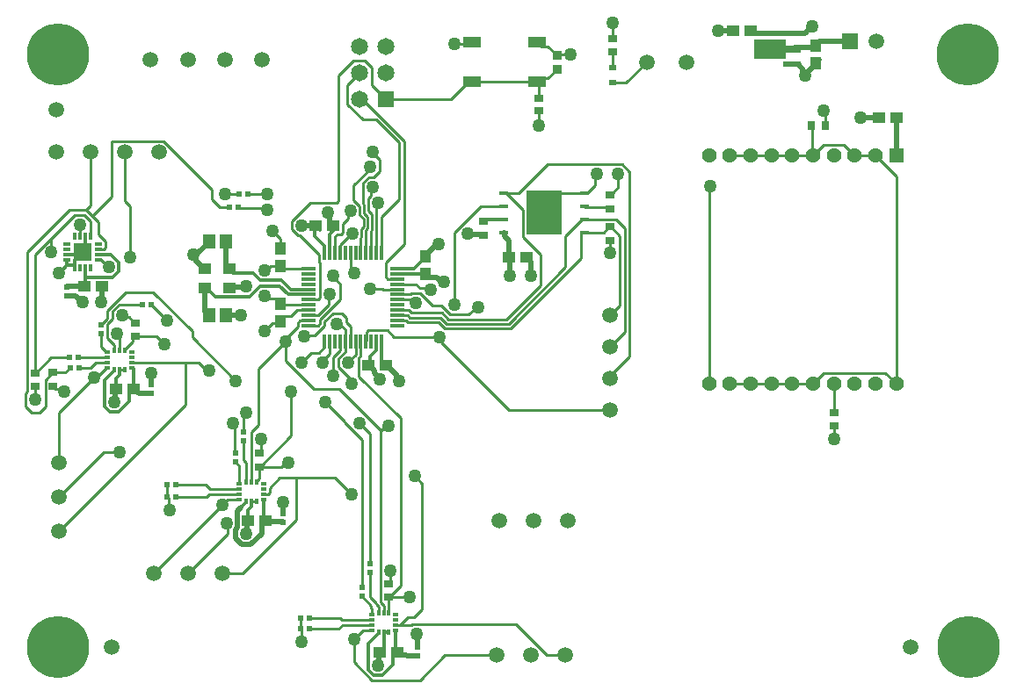
<source format=gtl>
G04*
G04 #@! TF.GenerationSoftware,Altium Limited,Altium Designer,22.10.1 (41)*
G04*
G04 Layer_Physical_Order=1*
G04 Layer_Color=255*
%FSLAX25Y25*%
%MOIN*%
G70*
G04*
G04 #@! TF.SameCoordinates,49C2D000-8325-4097-923D-366AA4D3C581*
G04*
G04*
G04 #@! TF.FilePolarity,Positive*
G04*
G01*
G75*
%ADD14C,0.01000*%
%ADD24R,0.02264X0.01378*%
%ADD25R,0.01378X0.02264*%
%ADD40R,0.03197X0.02985*%
%ADD49R,0.06811X0.02284*%
%ADD50R,0.05906X0.02992*%
%ADD51R,0.11929X0.07610*%
%ADD52R,0.02362X0.02165*%
%ADD53R,0.04921X0.04331*%
%ADD54R,0.02165X0.02362*%
%ADD55R,0.03347X0.02953*%
%ADD56R,0.04331X0.04921*%
%ADD57R,0.06693X0.03937*%
%ADD58R,0.02953X0.03347*%
%ADD59R,0.03150X0.02362*%
%ADD60R,0.13583X0.17126*%
%ADD61R,0.03740X0.01772*%
%ADD62R,0.05807X0.01181*%
%ADD63R,0.01181X0.05807*%
%ADD64R,0.07087X0.07087*%
%ADD65R,0.01181X0.03150*%
%ADD66R,0.03150X0.01181*%
%ADD67R,0.05118X0.05709*%
%ADD68R,0.05118X0.04331*%
%ADD69R,0.03543X0.03347*%
%ADD70C,0.02000*%
%ADD71C,0.01200*%
%ADD72C,0.01300*%
%ADD73C,0.23622*%
%ADD74C,0.05906*%
%ADD75R,0.06496X0.06496*%
%ADD76C,0.06496*%
%ADD77R,0.05906X0.05906*%
%ADD78R,0.05634X0.05634*%
%ADD79C,0.05634*%
%ADD80C,0.05000*%
D14*
X143652Y447000D02*
X142348D01*
X156652D02*
X155348D01*
X136583Y399307D02*
X136905D01*
X133937Y401953D02*
X136583Y399307D01*
X206400Y416774D02*
X213226Y423600D01*
X223974Y424186D02*
Y471974D01*
X223388Y423600D02*
X223974Y424186D01*
X213226Y423600D02*
X223388D01*
X334322Y365322D02*
Y435369D01*
X327000Y358000D02*
X334322Y365322D01*
X327000Y357000D02*
Y358000D01*
X179000Y422000D02*
X182653D01*
X176000Y425000D02*
X179000Y422000D01*
X158024Y446707D02*
X176000Y428731D01*
Y425000D02*
Y428731D01*
X181000Y427000D02*
X186327D01*
X189673D02*
X197000D01*
X130701Y418548D02*
X133043Y416206D01*
X128358Y420891D02*
X130701Y418548D01*
X138000Y447000D02*
X142348D01*
X130701Y418548D02*
X138000Y425848D01*
Y447000D01*
X156652D02*
X157731D01*
X158024Y446707D01*
X143652Y447000D02*
X155348D01*
X143000Y424260D02*
Y443000D01*
Y424260D02*
X145000Y422260D01*
X236325Y428846D02*
X237091Y429611D01*
X236325Y426284D02*
Y428846D01*
X236149Y426108D02*
X236325Y426284D01*
X236149Y426088D02*
Y426108D01*
X238449Y423316D02*
X238913Y423780D01*
X238449Y404602D02*
Y423316D01*
X238358Y404512D02*
X238449Y404602D01*
X227802Y417802D02*
Y420070D01*
X229774Y424578D02*
X232097Y422256D01*
X235293Y423585D02*
Y425232D01*
Y423585D02*
X235297Y423581D01*
X232097Y419095D02*
Y422256D01*
X235297Y420703D02*
Y423581D01*
X233315Y431209D02*
X235553Y433447D01*
X227802Y420070D02*
X228497Y420764D01*
X229774Y430214D02*
X235862Y436303D01*
X225580Y415580D02*
X227802Y417802D01*
X233315Y423301D02*
X233697Y422918D01*
Y419758D02*
Y422918D01*
X235293Y425232D02*
X236149Y426088D01*
X229774Y424578D02*
Y430214D01*
X233315Y423301D02*
Y431209D01*
X237000Y442668D02*
X239663Y440006D01*
X237000Y442668D02*
Y443000D01*
X235553Y433447D02*
X237371D01*
X235862Y436303D02*
Y437313D01*
X239663Y435739D02*
Y440006D01*
X237371Y433447D02*
X239663Y435739D01*
X216783Y401070D02*
Y403998D01*
X208569Y411339D02*
X209441D01*
X216783Y403998D01*
Y401070D02*
X217019Y400834D01*
X212815Y386843D02*
X212893Y386920D01*
X216346Y413976D02*
X217000Y413323D01*
X216257Y386920D02*
X217019Y387682D01*
X212893Y386920D02*
X216257D01*
X217019Y387682D02*
Y400834D01*
X228969Y411983D02*
X229160D01*
X224669Y407684D02*
X228969Y411983D01*
X224579Y404512D02*
X224669Y404602D01*
Y407684D01*
X232453Y410185D02*
X232760Y410492D01*
Y413762D02*
X233507Y414509D01*
X232453Y404512D02*
Y410185D01*
X232760Y410492D02*
Y413762D01*
X234421Y413160D02*
X235107Y413846D01*
X234421Y404512D02*
Y413160D01*
X224936Y411723D02*
X225580Y412367D01*
Y415580D01*
X222701Y410886D02*
X223537Y411723D01*
X224936D01*
X206400Y413509D02*
Y416774D01*
Y413509D02*
X208569Y411339D01*
X222701Y404602D02*
Y410886D01*
X232097Y419095D02*
X233507Y417685D01*
X235297Y420703D02*
X236707Y419293D01*
X233507Y414509D02*
Y417685D01*
X233697Y419758D02*
X235107Y418347D01*
X236390Y404512D02*
Y412866D01*
X236707Y413183D02*
Y419293D01*
X236390Y412866D02*
X236707Y413183D01*
X235107Y413846D02*
Y418347D01*
X223974Y471974D02*
X229548Y477548D01*
X186500Y421500D02*
X196500D01*
X197000Y421000D01*
X186000Y422000D02*
X186500Y421500D01*
X222610Y404512D02*
X222701Y404602D01*
X215335Y414988D02*
X216346Y413976D01*
X229548Y477548D02*
X233884D01*
X240327Y404512D02*
Y418327D01*
X247000Y425000D01*
X109000Y349000D02*
Y354000D01*
X105400Y346163D02*
Y351341D01*
X112844Y346406D02*
Y356435D01*
X105400Y351341D02*
X106057Y351998D01*
X110491Y344054D02*
X112844Y346406D01*
X106057Y405057D02*
X121891Y420891D01*
X106057Y351998D02*
Y405057D01*
X105400Y346163D02*
X107509Y344054D01*
X110491D01*
X118918Y352000D02*
X120000D01*
X115787Y354063D02*
X116763Y353087D01*
X117831D01*
X118918Y352000D01*
X300000Y453000D02*
Y458532D01*
X243197Y273882D02*
X243256Y273941D01*
X250941D02*
X251000Y274000D01*
X243256Y273941D02*
X250941D01*
X136353Y372438D02*
Y377535D01*
X142000Y381000D02*
X142765Y380235D01*
X138400Y382491D02*
X140909Y385000D01*
X142765Y380235D02*
X144686D01*
X136230Y379675D02*
Y382584D01*
X140909Y385000D02*
X149654D01*
X136353Y377535D02*
X138400Y379582D01*
X144686Y380235D02*
X146803Y378118D01*
X138400Y379582D02*
Y382491D01*
X136230Y382584D02*
X143416Y389770D01*
X146803Y378118D02*
X147000D01*
X143416Y389770D02*
X153562D01*
X247000Y425000D02*
Y446494D01*
X238329Y455165D02*
X247000Y446494D01*
X241981Y400834D02*
X249000Y407852D01*
Y447040D01*
X233040Y463000D02*
X249000Y447040D01*
X331491Y438200D02*
X334322Y435369D01*
X330000Y429559D02*
Y434600D01*
X303223Y438200D02*
X331491D01*
X321235Y433835D02*
X322000Y434600D01*
X292350Y427327D02*
X303223Y438200D01*
X321235Y430223D02*
Y433835D01*
X230000Y249165D02*
X236705Y242460D01*
X230000Y249165D02*
Y258000D01*
X254919Y242460D02*
X264459Y252000D01*
X236705Y242460D02*
X254919D01*
X180000Y283000D02*
X187733D01*
X208000Y303267D01*
X181493Y302000D02*
X182000Y301493D01*
Y298000D02*
Y301493D01*
X191000Y310408D02*
X192969D01*
X435598Y355000D02*
Y433697D01*
X427697Y441598D02*
X435598Y433697D01*
X419799Y441598D02*
X427697D01*
X268000Y412332D02*
X277995Y422327D01*
X268000Y385000D02*
Y412332D01*
X277995Y422327D02*
X286646D01*
X232453Y365568D02*
Y371142D01*
X230484Y366102D02*
Y371142D01*
X227807Y363425D02*
X230484Y366102D01*
X227807Y363000D02*
Y363425D01*
X231577Y364691D02*
X232453Y365568D01*
X231577Y357804D02*
Y364691D01*
X242000Y362000D02*
X242295D01*
X247540Y278225D02*
Y341840D01*
X231577Y357804D02*
X247540Y341840D01*
X118000Y312000D02*
X135000Y329000D01*
X141000D01*
X118000Y299000D02*
X166000Y347000D01*
Y363016D01*
X170902D01*
X145577D02*
X166000D01*
X118000Y325000D02*
Y344034D01*
X131255Y357289D01*
X115000Y410000D02*
X124121Y419121D01*
X109000Y404000D02*
X115000Y410000D01*
Y405000D02*
Y410000D01*
X130000Y422534D02*
Y443000D01*
X128358Y420891D02*
X130000Y422534D01*
X145000Y403000D02*
Y422260D01*
X287630Y427327D02*
X292350D01*
X286646D02*
X287630D01*
X332552Y374552D02*
Y413953D01*
X327000Y369000D02*
X332552Y374552D01*
X330782Y384782D02*
Y410974D01*
X327197Y414559D02*
X330782Y410974D01*
X327000Y381000D02*
X330782Y384782D01*
X329199Y417305D02*
X332552Y413953D01*
X326803Y414559D02*
X327000D01*
X317376Y417305D02*
X329199D01*
X327000Y414559D02*
X327197D01*
X327000Y404628D02*
Y409441D01*
Y404628D02*
X327012Y404616D01*
X317354Y417327D02*
X317376Y417305D01*
X289258Y375920D02*
X315984Y402646D01*
X264239Y375920D02*
X289258D01*
X315984Y402646D02*
Y411941D01*
X310061Y399227D02*
Y411018D01*
X264972Y377690D02*
X288525D01*
X310061Y399227D01*
X293939Y410738D02*
X300770Y403906D01*
X288668Y345000D02*
X327000D01*
X262960Y370708D02*
X288668Y345000D01*
X262960Y370708D02*
Y371987D01*
X262195Y372752D02*
X262960Y371987D01*
X240249Y337332D02*
X241918Y339000D01*
X243000D01*
X240000Y337332D02*
X240249D01*
X243197Y273882D02*
X247540Y278225D01*
X243000Y273882D02*
X243197D01*
X252740Y266409D02*
X255770Y269438D01*
X253000Y319883D02*
Y320000D01*
X247415Y263379D02*
X250444Y266409D01*
X247415Y263360D02*
X251801D01*
X245766D02*
X247415D01*
X253000Y319883D02*
X255770Y317113D01*
Y269438D02*
Y317113D01*
X250444Y266409D02*
X252740D01*
X251801Y263360D02*
X252037Y263597D01*
X291375D01*
X245757Y263370D02*
X245766Y263360D01*
X291375Y263597D02*
X302972Y252000D01*
X310000D01*
X264459D02*
X284000D01*
X208000Y319219D02*
X222780D01*
X201781D02*
X208000D01*
Y303267D02*
Y319219D01*
X167000Y283000D02*
X182000Y298000D01*
X154000Y283000D02*
X180000Y309000D01*
X194197Y323441D02*
X202359D01*
X194000D02*
X194197D01*
X197979Y315418D02*
X201781Y319219D01*
X222780D02*
X229000Y313000D01*
X197235Y313025D02*
X197979Y313769D01*
X195586Y313025D02*
X197235D01*
X197979Y313769D02*
Y315418D01*
X203918Y325000D02*
X205000D01*
X202359Y323441D02*
X203918Y325000D01*
X226403Y340265D02*
X233000Y333668D01*
Y277673D02*
Y333668D01*
X173918Y360000D02*
X175000D01*
X170902Y363016D02*
X173918Y360000D01*
X228357Y355691D02*
X229123Y354926D01*
X221906Y358015D02*
Y364934D01*
X228357Y355691D02*
Y357118D01*
X204000Y363668D02*
X214668Y353000D01*
X224332D01*
X240000Y337332D01*
X168484Y372516D02*
X185000Y356000D01*
X219000Y348000D02*
X226403Y340597D01*
X210000Y363000D02*
X213770Y366770D01*
X216614D01*
X218673Y368829D01*
Y371142D01*
X204000Y363668D02*
Y371000D01*
X240000Y271936D02*
Y337332D01*
X193770Y360770D02*
X204000Y371000D01*
X184000Y340000D02*
X184500Y339500D01*
Y329173D02*
Y339500D01*
X206000Y335244D02*
Y352000D01*
X194197Y323441D02*
X206000Y335244D01*
X193770Y339438D02*
Y360770D01*
X189000Y342918D02*
Y344000D01*
X188000Y341918D02*
X189000Y342918D01*
X233401Y261401D02*
X236603D01*
X230000Y258000D02*
X233401Y261401D01*
X225516Y263370D02*
X236603D01*
X225152Y265348D02*
X236594D01*
X224500Y266000D02*
X225152Y265348D01*
X224146Y262000D02*
X225516Y263370D01*
X218136Y363000D02*
Y363667D01*
X220642Y366173D01*
Y371142D01*
X224037Y361438D02*
X228357Y357118D01*
X246235Y356765D02*
Y358061D01*
Y356765D02*
X247000Y356000D01*
X126063Y410811D02*
X126063Y410811D01*
X126063Y410811D02*
Y415351D01*
X126063Y415351D02*
X126063Y415351D01*
X133043Y411729D02*
Y416206D01*
X130000Y410811D02*
Y416746D01*
X121891Y420891D02*
X128358D01*
X124121Y419121D02*
X127624D01*
X130000Y416746D01*
X222000Y395460D02*
Y396000D01*
X215000Y373360D02*
X218759Y377119D01*
X221976Y381770D02*
X225230D01*
X216988Y379286D02*
X224559Y386856D01*
X218759Y378553D02*
X221976Y381770D01*
X224344Y377724D02*
X226522Y375545D01*
X216988Y377852D02*
Y379286D01*
X223261Y377724D02*
X224344D01*
X211360Y373360D02*
X215000D01*
X212815Y377000D02*
X212906Y377091D01*
X216227D01*
X216988Y377852D01*
X226522Y375545D02*
X226547D01*
X222000Y395460D02*
X224559Y392902D01*
Y386856D02*
Y392902D01*
X218759Y377119D02*
Y378553D01*
X211000Y373000D02*
X211360Y373360D01*
X220199Y388411D02*
X220789Y389000D01*
X216227Y381028D02*
X220199Y385000D01*
X212906Y381028D02*
X216227D01*
X212815Y380937D02*
X212906Y381028D01*
X220199Y385000D02*
Y388411D01*
X196005Y388384D02*
X197085D01*
X198162Y387307D02*
X200335D01*
X197085Y388384D02*
X198162Y387307D01*
X251067Y386843D02*
X252271Y385640D01*
X253353D01*
X246185Y386843D02*
X251067D01*
X251791Y381870D02*
X263296D01*
X251058Y380100D02*
X262563D01*
X250325Y378329D02*
X261829D01*
X249777Y378878D02*
X250325Y378329D01*
X246276Y378878D02*
X249777D01*
X246185Y378969D02*
X246276Y378878D01*
X261829Y378329D02*
X264239Y375920D01*
X262563Y380100D02*
X264972Y377690D01*
X263296Y381870D02*
X265705Y379460D01*
X250221Y380937D02*
X251058Y380100D01*
X253252Y392748D02*
X254820Y391179D01*
X259648Y384676D02*
X262993D01*
X246185Y382906D02*
X250755D01*
X246185Y388811D02*
X251193D01*
X254820Y391179D02*
X258476D01*
X251791Y389409D02*
X254915D01*
X251193Y388811D02*
X251791Y389409D01*
X254915D02*
X259648Y384676D01*
X258476Y391179D02*
X258851Y390804D01*
X250755Y382906D02*
X251791Y381870D01*
X246185Y380937D02*
X250221D01*
X246185Y392748D02*
X253252D01*
X180000Y309000D02*
X182047Y311047D01*
X186423D01*
X276176Y384000D02*
X277000D01*
X273406Y381230D02*
X276176Y384000D01*
X266438Y381230D02*
X273406D01*
X287792Y379460D02*
X300770Y392438D01*
X265705Y379460D02*
X287792D01*
X262993Y384676D02*
X266438Y381230D01*
X245143Y372752D02*
X262195D01*
X242580Y375315D02*
X245143Y372752D01*
X195577Y313016D02*
X195586Y313025D01*
X195577Y311047D02*
X195811D01*
X196000Y310858D01*
X240750Y391000D02*
X240970Y390780D01*
X236000Y391000D02*
X240750D01*
X153562Y389770D02*
X168484Y374848D01*
X153098Y385000D02*
X159000Y379098D01*
Y379000D02*
Y379098D01*
X155000Y373000D02*
X158000Y370000D01*
X168484Y372516D02*
Y374848D01*
X147000Y373000D02*
X155000D01*
X240970Y390780D02*
X246185D01*
X132222Y357289D02*
X135980Y361047D01*
X131255Y357289D02*
X132222D01*
X135980Y361047D02*
X136423D01*
X125673Y361000D02*
X130070D01*
X132086Y363016D01*
X227000Y378208D02*
Y380000D01*
X225230Y381770D02*
X227000Y380000D01*
Y378208D02*
X228516Y376693D01*
Y371142D02*
Y376693D01*
X226547Y367072D02*
Y375545D01*
X224037Y364562D02*
X226547Y367072D01*
X194770Y329329D02*
Y334000D01*
X224488Y367516D02*
Y371051D01*
X221906Y364934D02*
X224488Y367516D01*
X224037Y361438D02*
Y364562D01*
X224488Y371051D02*
X224579Y371142D01*
X188000Y336673D02*
Y341918D01*
X191000Y336668D02*
X193770Y339438D01*
X191000Y317593D02*
Y336668D01*
X188000Y325951D02*
Y333327D01*
Y325951D02*
X189032Y324919D01*
Y317593D02*
Y324919D01*
X186423Y316953D02*
Y323805D01*
X185000Y325228D02*
Y325327D01*
Y325228D02*
X186423Y323805D01*
X184500Y329173D02*
X185000Y328673D01*
X236000Y286673D02*
Y336000D01*
X226403Y340265D02*
Y340597D01*
X232000Y340000D02*
X236000Y336000D01*
Y274000D02*
Y283327D01*
Y274000D02*
X238230Y271770D01*
Y271203D02*
Y271770D01*
Y271203D02*
X239212Y270221D01*
X236460Y269639D02*
Y270768D01*
X236603Y267307D02*
Y269496D01*
X233000Y274228D02*
X236460Y270768D01*
X239212Y267946D02*
Y270221D01*
X236460Y269639D02*
X236603Y269496D01*
X233000Y274228D02*
Y274327D01*
X235273Y375315D02*
X242580D01*
X234512Y371232D02*
Y374554D01*
X234421Y371142D02*
X234512Y371232D01*
Y374554D02*
X235273Y375315D01*
X300770Y392438D02*
Y403906D01*
X317354Y412327D02*
X324571D01*
X316370D02*
X317354D01*
X293939Y410738D02*
Y421018D01*
X287630Y427327D02*
X293939Y421018D01*
X316370Y417327D02*
X317354D01*
X310061Y411018D02*
X316370Y417327D01*
X315984Y411941D02*
X316370Y412327D01*
X153000Y385000D02*
X153098D01*
X136353Y372438D02*
X139032Y369759D01*
X140123Y372918D02*
X141000Y372040D01*
X139032Y367593D02*
Y369759D01*
X141000Y367593D02*
Y372040D01*
X140123Y372918D02*
Y374000D01*
X134000Y377445D02*
X136230Y379675D01*
X134000Y377346D02*
Y377445D01*
Y368933D02*
X135980Y366953D01*
X136423D01*
X134000Y368933D02*
Y374000D01*
X243770Y279770D02*
Y284000D01*
X240000Y271936D02*
X241180Y270756D01*
X243000Y279000D02*
X243770Y279770D01*
X241180Y267946D02*
Y270756D01*
X194000Y328559D02*
X194770Y329329D01*
X133043Y411729D02*
X135798Y408975D01*
X134519Y405998D02*
X135054D01*
X134502Y405980D02*
X134519Y405998D01*
X134028Y405980D02*
X134502D01*
X132953Y405890D02*
X133937D01*
X134028Y405980D01*
X135798Y406742D02*
Y408975D01*
X135054Y405998D02*
X135798Y406742D01*
X109000Y359118D02*
Y404000D01*
X115590Y359181D02*
X115787D01*
X112844Y356435D02*
X115590Y359181D01*
X130913Y364994D02*
X136414D01*
X136423Y364984D01*
X125347Y365000D02*
X130906D01*
X130913Y364994D01*
X132086Y363016D02*
X136423D01*
X120409Y359181D02*
X122228Y361000D01*
X122327D01*
X115787Y359181D02*
X120409D01*
X109197Y359118D02*
X115079Y365000D01*
X109000Y359118D02*
X109197D01*
X115079Y365000D02*
X122000D01*
X213000Y266000D02*
X224500D01*
X236594Y265348D02*
X236603Y265338D01*
X213000Y262000D02*
X224146D01*
X209827Y257173D02*
X210000Y257000D01*
X209653Y262000D02*
X209827Y261827D01*
Y257173D02*
Y261827D01*
X209653Y262000D02*
Y266000D01*
X243139Y267956D02*
Y270672D01*
X243000Y270811D02*
X243139Y270672D01*
X243000Y270811D02*
Y273882D01*
X243139Y267956D02*
X243148Y267946D01*
X253599Y259827D02*
X254000Y259426D01*
X245757Y253590D02*
X246347Y253000D01*
X159500Y307500D02*
Y311500D01*
Y307500D02*
X160000Y307000D01*
X159000Y312000D02*
X159500Y311500D01*
X159000Y312000D02*
X159013Y312013D01*
Y316487D02*
X159027Y316500D01*
X159013Y312013D02*
Y316487D01*
X173670Y316500D02*
X175176Y314994D01*
X186414D01*
X162373Y316500D02*
X173670D01*
X186414Y314994D02*
X186423Y314984D01*
X174922Y313016D02*
X186423D01*
X173906Y312000D02*
X174922Y313016D01*
X162346Y312000D02*
X173906D01*
X203000Y302327D02*
Y302417D01*
X189032Y309965D02*
Y310408D01*
X192969Y318036D02*
X194000Y319067D01*
X192969Y317593D02*
Y318036D01*
X194000Y319067D02*
Y323441D01*
X208641Y378117D02*
X209385Y378861D01*
X209938Y378878D02*
X212724D01*
X204000Y371000D02*
Y372000D01*
X208641Y376641D02*
Y378117D01*
X204000Y372000D02*
X208641Y376641D01*
X209920Y378861D02*
X209938Y378878D01*
X209385Y378861D02*
X209920D01*
X212724Y378878D02*
X212815Y378969D01*
X145827Y372024D02*
X146803Y373000D01*
X142969Y367593D02*
Y368036D01*
X145827Y370894D01*
Y372024D01*
X146803Y373000D02*
X147000D01*
X152417Y352008D02*
X153000Y351425D01*
Y351327D02*
Y351425D01*
X141000Y360408D02*
X142969D01*
X128031Y395500D02*
X128066Y395465D01*
X132953Y401953D02*
X133937D01*
X118000Y397000D02*
X118280D01*
X124094Y399000D02*
Y399772D01*
X126063Y403921D02*
X127047Y404906D01*
X124094Y401953D02*
X126063Y403921D01*
X124004Y399862D02*
X124094Y399772D01*
X127047Y404906D02*
X128031Y405890D01*
X230000Y397000D02*
Y398082D01*
X228516Y399567D02*
Y404512D01*
Y399567D02*
X230000Y398082D01*
X227452Y461116D02*
X233403Y455165D01*
X238329D01*
X227452Y461116D02*
Y468452D01*
X232000Y463000D02*
X233040D01*
X222020Y414988D02*
X223685Y416653D01*
X364750Y355250D02*
Y429750D01*
X365000Y430000D01*
X364500Y355000D02*
X364750Y355250D01*
X327197Y426559D02*
X328173Y427535D01*
Y427732D01*
X330000Y429559D01*
X318339Y427327D02*
X321235Y430223D01*
X233884Y477548D02*
X236568Y474864D01*
Y468432D02*
Y474864D01*
Y468432D02*
X242000Y463000D01*
X227452Y468452D02*
X232000Y473000D01*
X215327Y414988D02*
X215335D01*
X242743Y394795D02*
X246107D01*
X241981Y395556D02*
X242743Y394795D01*
X241981Y395556D02*
Y400834D01*
X246107Y394795D02*
X246185Y394717D01*
X173472Y382378D02*
X174850Y381000D01*
X182134Y391457D02*
X182528D01*
X202000Y385346D02*
Y385642D01*
X200335Y387307D02*
X202000Y385642D01*
X196000Y398000D02*
X196780D01*
X198433Y399654D01*
X202000D01*
X196000Y375000D02*
X198828Y377828D01*
X196000Y375000D02*
X196000D01*
X201175Y377828D02*
X202000Y378654D01*
X198828Y377828D02*
X201175D01*
X205893Y380614D02*
X208184Y382906D01*
X203665Y380614D02*
X205893D01*
X202000Y378949D02*
X203665Y380614D01*
X202000Y378654D02*
Y378949D01*
X208184Y382906D02*
X212815D01*
X202000Y385346D02*
X202472Y384874D01*
X212815D01*
X203000Y398654D02*
X212815D01*
X202000Y399654D02*
X203000Y398654D01*
X202000Y406347D02*
Y410000D01*
X199000Y413000D02*
X202000Y410000D01*
X408096Y458740D02*
X408559Y458277D01*
Y453000D02*
Y458277D01*
X403721Y441878D02*
Y452720D01*
X403441Y453000D02*
X403721Y452720D01*
Y441878D02*
X404000Y441598D01*
X412000Y334000D02*
Y339000D01*
X411898Y344220D02*
Y355000D01*
Y344220D02*
X412000Y344118D01*
X431482Y359117D02*
X435598Y355000D01*
X408117Y359117D02*
X431482D01*
X404000Y355000D02*
X408117Y359117D01*
X396098Y355000D02*
X404000D01*
X388197D02*
X396098D01*
X380299D02*
X388197D01*
X372398D02*
X380299D01*
X408117Y445715D02*
X415682D01*
X419799Y441598D01*
X404000D02*
X408117Y445715D01*
X396098Y441598D02*
X404000D01*
X388197D02*
X396098D01*
X380299D02*
X388197D01*
X372398D02*
X380299D01*
X324571Y412327D02*
X326803Y414559D01*
X317354Y422327D02*
X317740Y421941D01*
X326500D01*
X327000Y421441D01*
Y426559D02*
X327197D01*
X317354Y427327D02*
X318339D01*
X308291D02*
X317354D01*
X302000Y421035D02*
X308291Y427327D01*
X302000Y419827D02*
Y421035D01*
X266701Y463000D02*
X273220Y469520D01*
X274598D01*
X242000Y463000D02*
X266701D01*
X268000Y484000D02*
X274118D01*
X274598Y484480D01*
Y469520D02*
X299402D01*
X300000Y468921D01*
Y463468D02*
Y468921D01*
X307441Y480000D02*
X312000D01*
X307000Y479559D02*
X307441Y480000D01*
X300870Y483012D02*
X303449D01*
X306902Y479559D02*
X307000D01*
X303449Y483012D02*
X306902Y479559D01*
X299402Y484480D02*
X300870Y483012D01*
Y470988D02*
X303449D01*
X299402Y469520D02*
X300870Y470988D01*
X306902Y474441D02*
X307000D01*
X303449Y470988D02*
X306902Y474441D01*
X328000Y469146D02*
X333146D01*
X328000Y486000D02*
Y492000D01*
Y480882D02*
Y481441D01*
Y474854D02*
Y480882D01*
X333146Y469146D02*
X341000Y477000D01*
D24*
X236603Y267307D02*
D03*
Y265338D02*
D03*
Y263370D02*
D03*
Y261401D02*
D03*
X245757D02*
D03*
Y263370D02*
D03*
Y265338D02*
D03*
Y267307D02*
D03*
X145577Y366953D02*
D03*
Y364984D02*
D03*
Y363016D02*
D03*
Y361047D02*
D03*
X136423D02*
D03*
Y363016D02*
D03*
Y364984D02*
D03*
Y366953D02*
D03*
X195577Y316953D02*
D03*
Y314984D02*
D03*
Y313016D02*
D03*
Y311047D02*
D03*
X186423D02*
D03*
Y313016D02*
D03*
Y314984D02*
D03*
Y316953D02*
D03*
D25*
X239212Y260761D02*
D03*
X241180D02*
D03*
X243148D02*
D03*
Y267946D02*
D03*
X241180D02*
D03*
X239212D02*
D03*
X139032Y367593D02*
D03*
X141000D02*
D03*
X142969D02*
D03*
Y360408D02*
D03*
X141000D02*
D03*
X139032D02*
D03*
X189032Y317593D02*
D03*
X191000D02*
D03*
X192969D02*
D03*
Y310408D02*
D03*
X191000D02*
D03*
X189032D02*
D03*
D40*
X300000Y463468D02*
D03*
Y458532D02*
D03*
D49*
X396000Y476189D02*
D03*
Y488000D02*
D03*
D50*
X396453Y482094D02*
D03*
D51*
X387535D02*
D03*
D52*
X182653Y422000D02*
D03*
X186000D02*
D03*
X186327Y427000D02*
D03*
X189673D02*
D03*
X153000Y385000D02*
D03*
X149654D02*
D03*
X122000Y365000D02*
D03*
X125347D02*
D03*
X122327Y361000D02*
D03*
X125673D02*
D03*
X209653Y266000D02*
D03*
X213000D02*
D03*
X209653Y262000D02*
D03*
X213000D02*
D03*
X159027Y316500D02*
D03*
X162373D02*
D03*
X159000Y312000D02*
D03*
X162346D02*
D03*
D53*
X380346Y489000D02*
D03*
X373654D02*
D03*
X134347Y392000D02*
D03*
X127654D02*
D03*
X295346Y403000D02*
D03*
X288654D02*
D03*
X189654Y303000D02*
D03*
X196346D02*
D03*
X429000Y456000D02*
D03*
X435693D02*
D03*
X215327Y414988D02*
D03*
X222020D02*
D03*
X242000Y362000D02*
D03*
X235307D02*
D03*
X239654Y253000D02*
D03*
X246347D02*
D03*
X139654Y353000D02*
D03*
X146347D02*
D03*
D54*
X185000Y325327D02*
D03*
Y328673D02*
D03*
X236000Y286673D02*
D03*
Y283327D02*
D03*
X134000Y374000D02*
D03*
Y377346D02*
D03*
X254000Y251654D02*
D03*
Y255000D02*
D03*
X233000Y277673D02*
D03*
Y274327D02*
D03*
X153000Y354673D02*
D03*
Y351327D02*
D03*
X121000Y391673D02*
D03*
Y388327D02*
D03*
X203000Y305673D02*
D03*
Y302327D02*
D03*
X188000Y333327D02*
D03*
Y336673D02*
D03*
D55*
X109000Y354000D02*
D03*
Y359118D02*
D03*
X115787Y354063D02*
D03*
Y359181D02*
D03*
X412000Y339000D02*
D03*
Y344118D02*
D03*
X328000Y480882D02*
D03*
Y486000D02*
D03*
X327000Y426559D02*
D03*
Y421441D02*
D03*
X194000Y323441D02*
D03*
Y328559D02*
D03*
X279000Y416559D02*
D03*
Y411441D02*
D03*
X243000Y273882D02*
D03*
Y279000D02*
D03*
X327000Y409441D02*
D03*
Y414559D02*
D03*
X147000Y378118D02*
D03*
Y373000D02*
D03*
D56*
X257000Y396654D02*
D03*
Y403346D02*
D03*
X202000Y385346D02*
D03*
Y378654D02*
D03*
X405000Y476654D02*
D03*
Y483347D02*
D03*
X202000Y406347D02*
D03*
Y399654D02*
D03*
D57*
X274598Y469520D02*
D03*
X299402D02*
D03*
X274598Y484480D02*
D03*
X299402D02*
D03*
D58*
X408559Y453000D02*
D03*
X403441D02*
D03*
D59*
X328000Y474854D02*
D03*
Y469146D02*
D03*
D60*
X302000Y419827D02*
D03*
D61*
X286646Y412327D02*
D03*
Y417327D02*
D03*
Y422327D02*
D03*
Y427327D02*
D03*
X317354D02*
D03*
Y422327D02*
D03*
Y417327D02*
D03*
Y412327D02*
D03*
D62*
X212815Y398654D02*
D03*
Y396685D02*
D03*
Y394717D02*
D03*
Y392748D02*
D03*
Y390780D02*
D03*
Y388811D02*
D03*
Y386843D02*
D03*
Y384874D02*
D03*
Y382906D02*
D03*
Y380937D02*
D03*
Y378969D02*
D03*
Y377000D02*
D03*
X246185D02*
D03*
Y378969D02*
D03*
Y380937D02*
D03*
Y382906D02*
D03*
Y384874D02*
D03*
Y386843D02*
D03*
Y388811D02*
D03*
Y390780D02*
D03*
Y392748D02*
D03*
Y394717D02*
D03*
Y396685D02*
D03*
Y398654D02*
D03*
D63*
X218673Y371142D02*
D03*
X220642D02*
D03*
X222610D02*
D03*
X224579D02*
D03*
X226547D02*
D03*
X228516D02*
D03*
X230484D02*
D03*
X232453D02*
D03*
X234421D02*
D03*
X236390D02*
D03*
X238358D02*
D03*
X240327D02*
D03*
Y404512D02*
D03*
X238358D02*
D03*
X236390D02*
D03*
X234421D02*
D03*
X232453D02*
D03*
X230484D02*
D03*
X228516D02*
D03*
X226547D02*
D03*
X224579D02*
D03*
X222610D02*
D03*
X220642D02*
D03*
X218673D02*
D03*
D64*
X127047Y404906D02*
D03*
D65*
X130000Y399000D02*
D03*
X128031D02*
D03*
X126063D02*
D03*
X124094D02*
D03*
Y410811D02*
D03*
X126063D02*
D03*
X128031D02*
D03*
X130000D02*
D03*
D66*
X121142Y401953D02*
D03*
Y403921D02*
D03*
Y405890D02*
D03*
Y407858D02*
D03*
X132953D02*
D03*
Y405890D02*
D03*
Y403921D02*
D03*
Y401953D02*
D03*
D67*
X181150Y409000D02*
D03*
X174850D02*
D03*
X181150Y381000D02*
D03*
X174850D02*
D03*
D68*
X182528Y391457D02*
D03*
X173472D02*
D03*
Y398543D02*
D03*
X182528D02*
D03*
D69*
X307000Y479559D02*
D03*
Y474441D02*
D03*
D70*
X220574Y416153D02*
Y419426D01*
X221739Y414988D02*
X222020D01*
X220000Y420000D02*
X220574Y419426D01*
Y416153D02*
X221739Y414988D01*
X215321Y414994D02*
X215327Y414988D01*
X210000Y415000D02*
X210006Y414994D01*
X215321D01*
X380673Y489000D02*
Y489032D01*
X396000Y488000D02*
X400905D01*
X403426Y490522D02*
X403576D01*
X400905Y488000D02*
X403426Y490522D01*
X405000Y483347D02*
Y483642D01*
Y483165D02*
Y483347D01*
X406358Y485000D02*
X418000D01*
X405000Y483642D02*
X406358Y485000D01*
X396453Y482094D02*
X396949Y482591D01*
X404425D01*
X405000Y483165D01*
X381205Y488142D02*
X395858D01*
X380346Y489000D02*
X381205Y488142D01*
X395858D02*
X396000Y488000D01*
X368000Y489000D02*
X373654D01*
X401000Y472000D02*
Y472358D01*
X405000Y476358D02*
Y476654D01*
X401000Y472358D02*
X405000Y476358D01*
X398264Y476189D02*
X400426Y474027D01*
X396000Y476189D02*
X398264D01*
X400426Y472574D02*
X401000Y472000D01*
X400426Y472574D02*
Y474027D01*
X387535Y482094D02*
X396453D01*
X273000Y412000D02*
X273280Y411721D01*
X278720D02*
X279000Y411441D01*
X273280Y411721D02*
X278720D01*
X239000Y248000D02*
X239327Y248327D01*
Y252673D02*
X239654Y253000D01*
X239327Y248327D02*
Y252673D01*
X249917Y251654D02*
X254000D01*
X246347Y253000D02*
X247512Y251835D01*
X249736D01*
X249917Y251654D01*
X134173Y386173D02*
Y391827D01*
X134347Y392000D01*
X134000Y386000D02*
X134173Y386173D01*
X121000Y388327D02*
X124438D01*
X126765Y386000D01*
X127000D01*
X121083Y391837D02*
X127490D01*
X121000Y391754D02*
X121083Y391837D01*
X127490D02*
X127654Y392000D01*
X121000Y391673D02*
Y391754D01*
X188728Y391728D02*
X189000Y392000D01*
X182528Y391457D02*
X182799Y391728D01*
X188728D01*
X139327Y348327D02*
Y352673D01*
X139654Y353000D01*
X139000Y348000D02*
X139327Y348327D01*
X153000Y354673D02*
Y359000D01*
X146642Y353000D02*
X148315Y351327D01*
X153000D01*
X169574Y402048D02*
Y403426D01*
X169000Y404000D02*
X169574Y403426D01*
X173079Y398543D02*
X173472D01*
X169574Y402048D02*
X173079Y398543D01*
X181150Y399709D02*
Y409000D01*
Y399709D02*
X182315Y398543D01*
X182528D01*
X170720Y404574D02*
X174850Y408705D01*
X169574Y404574D02*
X170720D01*
X169000Y404000D02*
X169574Y404574D01*
X174850Y408705D02*
Y409000D01*
X185593Y306593D02*
X187000Y308000D01*
X185593Y300391D02*
Y306593D01*
X184900Y296302D02*
Y299698D01*
X194886Y298088D02*
Y301835D01*
X196051Y303000D01*
X187302Y293900D02*
X190698D01*
X184900Y299698D02*
X185593Y300391D01*
X196051Y303000D02*
X196346D01*
X190698Y293900D02*
X194886Y298088D01*
X184900Y296302D02*
X187302Y293900D01*
X203000Y305673D02*
Y310000D01*
X196838Y302508D02*
X202917D01*
X203000Y302417D02*
Y302425D01*
X196346Y303000D02*
X196838Y302508D01*
X202917D02*
X203000Y302425D01*
X189327Y298327D02*
Y302673D01*
X189000Y298000D02*
X189327Y298327D01*
Y302673D02*
X189654Y303000D01*
X435646Y441646D02*
Y455953D01*
X435693Y456000D01*
X435598Y441598D02*
X435646Y441646D01*
X422000Y456000D02*
X429000D01*
X405000Y476949D02*
X406165Y478114D01*
X296807Y401539D02*
Y401835D01*
Y401539D02*
X297000Y401346D01*
X295346Y403000D02*
X295642D01*
X296807Y401835D01*
X297000Y396000D02*
Y401346D01*
X288827Y396173D02*
Y402827D01*
X288654Y403000D02*
X288827Y402827D01*
Y396173D02*
X289000Y396000D01*
X286886Y412327D02*
X287000Y412213D01*
Y411000D02*
Y412213D01*
X286646Y412327D02*
X286886D01*
X287000Y411000D02*
X288654Y409346D01*
Y403000D02*
Y409346D01*
X257000Y396358D02*
X258165Y395193D01*
X263139Y393503D02*
X263951D01*
X257000Y396358D02*
Y396654D01*
X258165Y395193D02*
X261450D01*
X263139Y393503D01*
X261358Y408000D02*
X262000D01*
X257000Y403346D02*
Y403642D01*
X261358Y408000D01*
X241000Y363000D02*
X242000Y362000D01*
X235307D02*
X235602D01*
X237769Y359102D02*
X239767Y357104D01*
X235602Y362000D02*
X237769Y359833D01*
Y359102D02*
Y359833D01*
X239767Y356565D02*
Y357104D01*
X242295Y362000D02*
X246235Y358061D01*
X254000Y255000D02*
Y259426D01*
X181150Y381000D02*
X187000D01*
X173472Y382378D02*
Y391457D01*
D71*
X220642Y411744D02*
X223398Y414500D01*
X218673Y404512D02*
Y407327D01*
X215000Y411000D02*
X218673Y407327D01*
X215000Y411000D02*
Y415000D01*
X239212Y260318D02*
Y260761D01*
X235300Y246467D02*
Y256407D01*
Y246467D02*
X237467Y244300D01*
X240533D01*
X244486Y248253D01*
Y251435D01*
X246051Y253000D01*
X246347D01*
X235300Y256407D02*
X239212Y260318D01*
X241180Y260761D02*
X243148D01*
X241180Y254526D02*
Y260761D01*
X239654Y253000D02*
X241180Y254526D01*
X128031Y392000D02*
Y395500D01*
X194467Y394300D02*
X202345D01*
X173866Y391457D02*
X177232Y388091D01*
X190324D01*
X194317Y392084D01*
X201585D01*
X173472Y391457D02*
X173866D01*
X201585Y392084D02*
X204858Y388811D01*
X212815D01*
X202345Y394300D02*
X205866Y390780D01*
X212815D01*
X184093Y396978D02*
X191789D01*
X194467Y394300D01*
X182528Y398543D02*
X184093Y396978D01*
X145577Y361047D02*
X146020D01*
X146347Y360720D01*
Y353000D02*
Y360720D01*
X139654Y356965D02*
X140921Y358232D01*
Y360328D01*
X141000Y360408D01*
X139654Y353000D02*
Y356965D01*
X135300Y346467D02*
X137467Y344300D01*
X135300Y346467D02*
Y356233D01*
X137467Y344300D02*
X140533D01*
X135300Y356233D02*
X139032Y359965D01*
X146347Y353000D02*
X146642D01*
X146051D02*
X146347D01*
X144486Y351435D02*
X146051Y353000D01*
X144486Y348253D02*
Y351435D01*
X140533Y344300D02*
X144486Y348253D01*
X139032Y359965D02*
Y360408D01*
X187067Y308000D02*
X189032Y309965D01*
X187000Y308000D02*
X187067D01*
X190921Y308232D02*
Y310328D01*
X189654Y306965D02*
X190921Y308232D01*
X189654Y303000D02*
Y306965D01*
X195577Y303770D02*
Y311047D01*
Y303770D02*
X196346Y303000D01*
X190921Y310328D02*
X191000Y310408D01*
X283673Y417327D02*
X286646D01*
X279876Y417435D02*
X283565D01*
X283673Y417327D01*
X279000Y416559D02*
X279876Y417435D01*
X257000Y403051D02*
Y403346D01*
X246185Y398654D02*
X252603D01*
X257000Y403051D01*
X246185Y396685D02*
X256673D01*
X238349Y371132D02*
X238358Y371142D01*
X238349Y367669D02*
Y371132D01*
X235942Y365262D02*
X238349Y367669D01*
X235942Y362635D02*
Y365262D01*
X235307Y362000D02*
X235942Y362635D01*
X128031Y395500D02*
Y399000D01*
X128066Y395465D02*
X138379D01*
X140605Y397691D01*
X137523Y403921D02*
X140605Y400839D01*
X132953Y403921D02*
X137523D01*
X140605Y397691D02*
Y400839D01*
X118280Y397000D02*
X121142Y399862D01*
X124094Y399772D02*
Y401953D01*
X121142Y399862D02*
Y401953D01*
Y399862D02*
X124004D01*
X128031Y405890D02*
Y410811D01*
X121142Y403921D02*
X126063D01*
X220642Y404512D02*
Y411744D01*
D72*
X240327Y363665D02*
Y371142D01*
X245757Y253590D02*
Y261401D01*
D73*
X462500Y480000D02*
D03*
X117500Y255000D02*
D03*
Y480000D02*
D03*
X463000Y255000D02*
D03*
D74*
X117000Y459000D02*
D03*
X138000Y255000D02*
D03*
X441000D02*
D03*
X152500Y478000D02*
D03*
X428000Y485000D02*
D03*
X297000Y252000D02*
D03*
X310000D02*
D03*
X130000Y443000D02*
D03*
X156000D02*
D03*
X284000Y252000D02*
D03*
X327000Y357000D02*
D03*
X143000Y443000D02*
D03*
X327000Y369000D02*
D03*
X180000Y283000D02*
D03*
X327000Y345000D02*
D03*
X195000Y478000D02*
D03*
X181000D02*
D03*
X167000D02*
D03*
X154000Y283000D02*
D03*
X341000Y477000D02*
D03*
X167000Y283000D02*
D03*
X118000Y312000D02*
D03*
X298000Y303000D02*
D03*
X285000D02*
D03*
X311000D02*
D03*
X356000Y477000D02*
D03*
X117000Y443000D02*
D03*
X327000Y381000D02*
D03*
X118000Y299000D02*
D03*
Y325000D02*
D03*
D75*
X242000Y463000D02*
D03*
D76*
X232000D02*
D03*
X242000Y473000D02*
D03*
Y483000D02*
D03*
X232000Y473000D02*
D03*
Y483000D02*
D03*
D77*
X418000Y485000D02*
D03*
D78*
X435598Y441598D02*
D03*
D79*
X427697D02*
D03*
X419799D02*
D03*
X411898D02*
D03*
X404000D02*
D03*
X396098D02*
D03*
X388197D02*
D03*
X380299D02*
D03*
X372398D02*
D03*
X364500D02*
D03*
Y355000D02*
D03*
X372398D02*
D03*
X380299D02*
D03*
X388197D02*
D03*
X396098D02*
D03*
X404000D02*
D03*
X411898D02*
D03*
X419799D02*
D03*
X427697D02*
D03*
X435598D02*
D03*
D80*
X136905Y399307D02*
D03*
X220000Y420000D02*
D03*
X181000Y427000D02*
D03*
X237091Y429611D02*
D03*
X238913Y423780D02*
D03*
X228497Y420764D02*
D03*
X237000Y443000D02*
D03*
X235862Y437313D02*
D03*
X229160Y411983D02*
D03*
X210000Y415000D02*
D03*
X197000Y421000D02*
D03*
Y427000D02*
D03*
X403576Y490522D02*
D03*
X368000Y489000D02*
D03*
X401000Y472000D02*
D03*
X109000Y349000D02*
D03*
X120000Y352000D02*
D03*
X300000Y453000D02*
D03*
X251000Y274000D02*
D03*
X142000Y381000D02*
D03*
X330000Y434600D02*
D03*
X322000D02*
D03*
X127000Y386000D02*
D03*
X189000Y392000D02*
D03*
X181493Y302000D02*
D03*
X141000Y329000D02*
D03*
X115000Y405000D02*
D03*
X145000Y403000D02*
D03*
X327012Y404616D02*
D03*
X243000Y339000D02*
D03*
X205000Y325000D02*
D03*
X229000Y313000D02*
D03*
X175000Y360000D02*
D03*
X239767Y356565D02*
D03*
X229123Y354926D02*
D03*
X221906Y358015D02*
D03*
X185000Y356000D02*
D03*
X219000Y348000D02*
D03*
X210000Y363000D02*
D03*
X204000Y371000D02*
D03*
X184000Y340000D02*
D03*
X206000Y352000D02*
D03*
X189000Y344000D02*
D03*
X230000Y258000D02*
D03*
X253000Y320000D02*
D03*
X218136Y363000D02*
D03*
X247000Y356000D02*
D03*
X126063Y415351D02*
D03*
X222000Y396000D02*
D03*
X223261Y377724D02*
D03*
X220789Y389000D02*
D03*
X196005Y388384D02*
D03*
X253353Y385640D02*
D03*
X263951Y393503D02*
D03*
X258851Y390804D02*
D03*
X180000Y309000D02*
D03*
X277000Y384000D02*
D03*
X262195Y372752D02*
D03*
X236000Y391000D02*
D03*
X158000Y370000D02*
D03*
X153000Y359000D02*
D03*
X159000Y379000D02*
D03*
X131255Y357289D02*
D03*
X211000Y373000D02*
D03*
X194770Y334000D02*
D03*
X227807Y363000D02*
D03*
X232000Y340000D02*
D03*
X268000Y385000D02*
D03*
X297000Y396000D02*
D03*
X289000D02*
D03*
X239000Y248000D02*
D03*
X139000Y348000D02*
D03*
X189000Y298000D02*
D03*
X140123Y374000D02*
D03*
X134000Y386000D02*
D03*
X243770Y284000D02*
D03*
X210000Y257000D02*
D03*
X253599Y259827D02*
D03*
X160000Y307000D02*
D03*
X203000Y310000D02*
D03*
X118000Y397000D02*
D03*
X230000D02*
D03*
X365000Y430000D02*
D03*
X262000Y408000D02*
D03*
X169000Y404000D02*
D03*
X187000Y381000D02*
D03*
X196000Y398000D02*
D03*
Y375000D02*
D03*
X199000Y413000D02*
D03*
X408096Y458740D02*
D03*
X412000Y334000D02*
D03*
X422000Y456000D02*
D03*
X273000Y412000D02*
D03*
X268000Y484000D02*
D03*
X312000Y480000D02*
D03*
X328000Y492000D02*
D03*
M02*

</source>
